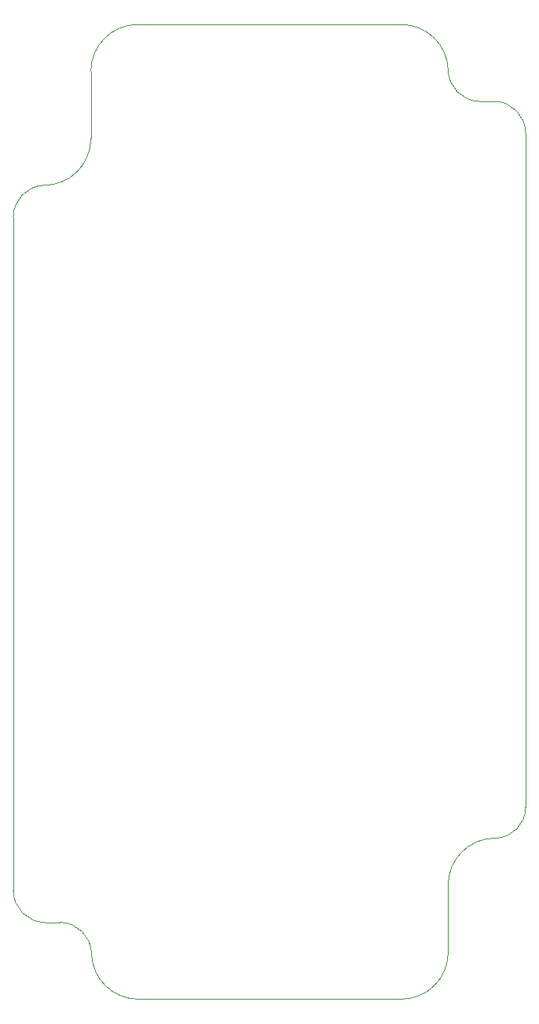
<source format=gm1>
G04 #@! TF.GenerationSoftware,KiCad,Pcbnew,8.0.6*
G04 #@! TF.CreationDate,2025-02-05T09:38:25+03:00*
G04 #@! TF.ProjectId,RotorController,526f746f-7243-46f6-9e74-726f6c6c6572,rev?*
G04 #@! TF.SameCoordinates,Original*
G04 #@! TF.FileFunction,Profile,NP*
%FSLAX46Y46*%
G04 Gerber Fmt 4.6, Leading zero omitted, Abs format (unit mm)*
G04 Created by KiCad (PCBNEW 8.0.6) date 2025-02-05 09:38:25*
%MOMM*%
%LPD*%
G01*
G04 APERTURE LIST*
G04 #@! TA.AperFunction,Profile*
%ADD10C,0.100000*%
G04 #@! TD*
G04 APERTURE END LIST*
D10*
X75060000Y-157000000D02*
G75*
G02*
X70030080Y-152140282I0J5032900D01*
G01*
X111849961Y-60273807D02*
G75*
G02*
X108459908Y-56859718I24139J3414107D01*
G01*
X108460000Y-144693846D02*
G75*
G02*
X113500039Y-139653810I5040040J-4D01*
G01*
X103430000Y-52000000D02*
G75*
G02*
X108459920Y-56859718I0J-5032900D01*
G01*
X69959961Y-64280000D02*
G75*
G02*
X64919922Y-69320061I-5040061J0D01*
G01*
X69959961Y-57040039D02*
X69959961Y-64280000D01*
X61601551Y-72708574D02*
G75*
G02*
X64919924Y-69320101I3413849J-24126D01*
G01*
X64990000Y-148726193D02*
G75*
G02*
X61599922Y-145312104I24100J3414093D01*
G01*
X113500000Y-60273807D02*
G75*
G02*
X116809994Y-63700000I-117100J-3425093D01*
G01*
X108460039Y-151959961D02*
X108460000Y-144693846D01*
X116810000Y-136290000D02*
G75*
G02*
X113500039Y-139653727I-3310100J-53200D01*
G01*
X75000000Y-52000000D02*
X103430000Y-52000000D01*
X61601551Y-72708574D02*
X61599952Y-145312104D01*
X116810000Y-63700000D02*
X116810000Y-136290000D01*
X75060000Y-157000000D02*
X103420000Y-157000000D01*
X69959961Y-57040039D02*
G75*
G02*
X75000000Y-52000001I5040039J-1D01*
G01*
X64990000Y-148726193D02*
X66640039Y-148726193D01*
X66640039Y-148726193D02*
G75*
G02*
X70030092Y-152140282I-24139J-3414107D01*
G01*
X108460039Y-151959961D02*
G75*
G02*
X103420000Y-156999999I-5040039J1D01*
G01*
X113500000Y-60273807D02*
X111849961Y-60273807D01*
M02*

</source>
